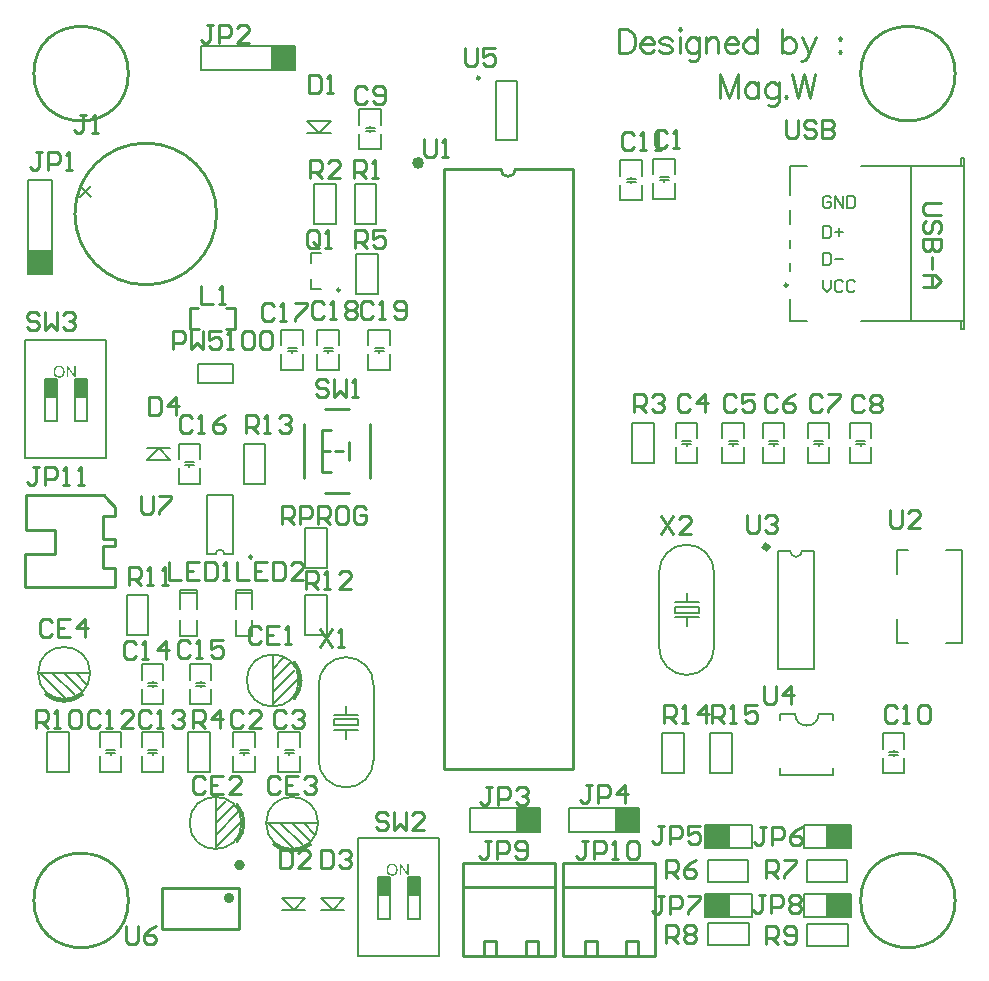
<source format=gto>
G04*
G04 #@! TF.GenerationSoftware,Altium Limited,Altium Designer,19.0.4 (130)*
G04*
G04 Layer_Color=65535*
%FSLAX25Y25*%
%MOIN*%
G70*
G01*
G75*
%ADD10C,0.01000*%
%ADD11C,0.02000*%
%ADD12C,0.00984*%
%ADD13C,0.00787*%
%ADD14C,0.01968*%
%ADD15C,0.00800*%
%ADD16C,0.00500*%
%ADD17C,0.00700*%
%ADD18C,0.00600*%
%ADD19R,0.07874X0.07874*%
%ADD20R,0.04000X0.06000*%
G36*
X128848Y28000D02*
X128321D01*
X126312Y31014D01*
Y28000D01*
X125823D01*
Y31841D01*
X126345D01*
X128360Y28821D01*
Y31841D01*
X128848D01*
Y28000D01*
D02*
G37*
G36*
X123426Y31902D02*
X123476D01*
X123526Y31896D01*
X123592Y31885D01*
X123659Y31874D01*
X123803Y31846D01*
X123970Y31802D01*
X124131Y31735D01*
X124214Y31696D01*
X124297Y31652D01*
X124303Y31646D01*
X124314Y31641D01*
X124336Y31624D01*
X124369Y31607D01*
X124403Y31580D01*
X124447Y31546D01*
X124541Y31469D01*
X124641Y31369D01*
X124752Y31247D01*
X124858Y31102D01*
X124947Y30942D01*
Y30936D01*
X124958Y30919D01*
X124969Y30897D01*
X124980Y30864D01*
X125002Y30819D01*
X125019Y30770D01*
X125041Y30708D01*
X125063Y30642D01*
X125080Y30570D01*
X125102Y30492D01*
X125124Y30403D01*
X125141Y30314D01*
X125163Y30120D01*
X125174Y29909D01*
Y29904D01*
Y29882D01*
Y29854D01*
X125169Y29809D01*
Y29759D01*
X125163Y29698D01*
X125152Y29632D01*
X125146Y29560D01*
X125119Y29399D01*
X125074Y29221D01*
X125013Y29043D01*
X124980Y28955D01*
X124935Y28866D01*
Y28860D01*
X124924Y28844D01*
X124913Y28821D01*
X124891Y28788D01*
X124869Y28749D01*
X124841Y28710D01*
X124763Y28605D01*
X124669Y28494D01*
X124558Y28377D01*
X124425Y28266D01*
X124269Y28166D01*
X124264D01*
X124253Y28155D01*
X124225Y28144D01*
X124192Y28128D01*
X124153Y28111D01*
X124109Y28094D01*
X124053Y28072D01*
X123992Y28050D01*
X123925Y28028D01*
X123853Y28005D01*
X123692Y27972D01*
X123520Y27944D01*
X123337Y27933D01*
X123282D01*
X123248Y27939D01*
X123198D01*
X123143Y27950D01*
X123082Y27956D01*
X123010Y27967D01*
X122860Y28000D01*
X122699Y28044D01*
X122532Y28111D01*
X122449Y28150D01*
X122366Y28194D01*
X122360Y28200D01*
X122349Y28205D01*
X122327Y28222D01*
X122294Y28244D01*
X122260Y28266D01*
X122222Y28300D01*
X122127Y28383D01*
X122022Y28483D01*
X121911Y28605D01*
X121811Y28744D01*
X121716Y28905D01*
Y28910D01*
X121705Y28927D01*
X121694Y28949D01*
X121683Y28982D01*
X121667Y29027D01*
X121650Y29077D01*
X121628Y29132D01*
X121611Y29193D01*
X121589Y29265D01*
X121567Y29337D01*
X121533Y29504D01*
X121511Y29676D01*
X121500Y29865D01*
Y29870D01*
Y29876D01*
Y29909D01*
X121505Y29959D01*
Y30026D01*
X121517Y30103D01*
X121528Y30198D01*
X121544Y30303D01*
X121567Y30414D01*
X121589Y30531D01*
X121622Y30653D01*
X121667Y30775D01*
X121716Y30903D01*
X121772Y31025D01*
X121844Y31147D01*
X121922Y31258D01*
X122011Y31363D01*
X122016Y31369D01*
X122033Y31385D01*
X122066Y31413D01*
X122105Y31447D01*
X122155Y31491D01*
X122216Y31535D01*
X122288Y31585D01*
X122371Y31635D01*
X122460Y31685D01*
X122560Y31735D01*
X122671Y31780D01*
X122788Y31824D01*
X122915Y31857D01*
X123048Y31885D01*
X123187Y31902D01*
X123337Y31907D01*
X123387D01*
X123426Y31902D01*
D02*
G37*
G36*
X17848Y194000D02*
X17321D01*
X15312Y197014D01*
Y194000D01*
X14823D01*
Y197841D01*
X15345D01*
X17360Y194821D01*
Y197841D01*
X17848D01*
Y194000D01*
D02*
G37*
G36*
X12426Y197902D02*
X12476D01*
X12526Y197896D01*
X12592Y197885D01*
X12659Y197874D01*
X12803Y197846D01*
X12970Y197802D01*
X13131Y197735D01*
X13214Y197696D01*
X13297Y197652D01*
X13303Y197646D01*
X13314Y197641D01*
X13336Y197624D01*
X13369Y197608D01*
X13403Y197580D01*
X13447Y197547D01*
X13541Y197469D01*
X13641Y197369D01*
X13752Y197247D01*
X13858Y197102D01*
X13947Y196941D01*
Y196936D01*
X13958Y196919D01*
X13969Y196897D01*
X13980Y196864D01*
X14002Y196819D01*
X14019Y196769D01*
X14041Y196708D01*
X14063Y196642D01*
X14080Y196570D01*
X14102Y196492D01*
X14124Y196403D01*
X14141Y196314D01*
X14163Y196120D01*
X14174Y195909D01*
Y195904D01*
Y195881D01*
Y195854D01*
X14168Y195809D01*
Y195759D01*
X14163Y195698D01*
X14152Y195632D01*
X14146Y195560D01*
X14119Y195399D01*
X14074Y195221D01*
X14013Y195043D01*
X13980Y194955D01*
X13936Y194866D01*
Y194860D01*
X13924Y194844D01*
X13913Y194821D01*
X13891Y194788D01*
X13869Y194749D01*
X13841Y194710D01*
X13763Y194605D01*
X13669Y194494D01*
X13558Y194377D01*
X13425Y194266D01*
X13270Y194167D01*
X13264D01*
X13253Y194155D01*
X13225Y194144D01*
X13192Y194128D01*
X13153Y194111D01*
X13108Y194094D01*
X13053Y194072D01*
X12992Y194050D01*
X12925Y194028D01*
X12853Y194006D01*
X12692Y193972D01*
X12520Y193945D01*
X12337Y193933D01*
X12282D01*
X12248Y193939D01*
X12198D01*
X12143Y193950D01*
X12082Y193956D01*
X12010Y193967D01*
X11860Y194000D01*
X11699Y194044D01*
X11532Y194111D01*
X11449Y194150D01*
X11366Y194194D01*
X11360Y194200D01*
X11349Y194205D01*
X11327Y194222D01*
X11294Y194244D01*
X11260Y194266D01*
X11221Y194300D01*
X11127Y194383D01*
X11022Y194483D01*
X10911Y194605D01*
X10811Y194744D01*
X10717Y194905D01*
Y194910D01*
X10705Y194927D01*
X10694Y194949D01*
X10683Y194982D01*
X10667Y195027D01*
X10650Y195077D01*
X10628Y195132D01*
X10611Y195193D01*
X10589Y195265D01*
X10567Y195338D01*
X10533Y195504D01*
X10511Y195676D01*
X10500Y195865D01*
Y195870D01*
Y195876D01*
Y195909D01*
X10505Y195959D01*
Y196026D01*
X10517Y196103D01*
X10528Y196198D01*
X10544Y196303D01*
X10567Y196414D01*
X10589Y196531D01*
X10622Y196653D01*
X10667Y196775D01*
X10717Y196903D01*
X10772Y197025D01*
X10844Y197147D01*
X10922Y197258D01*
X11011Y197363D01*
X11016Y197369D01*
X11033Y197386D01*
X11066Y197413D01*
X11105Y197447D01*
X11155Y197491D01*
X11216Y197535D01*
X11288Y197585D01*
X11371Y197635D01*
X11460Y197685D01*
X11560Y197735D01*
X11671Y197780D01*
X11788Y197824D01*
X11915Y197857D01*
X12048Y197885D01*
X12187Y197902D01*
X12337Y197907D01*
X12387D01*
X12426Y197902D01*
D02*
G37*
%LPC*%
G36*
X123337Y31469D02*
X123287D01*
X123248Y31463D01*
X123198Y31458D01*
X123148Y31447D01*
X123087Y31435D01*
X123021Y31424D01*
X122876Y31380D01*
X122799Y31347D01*
X122721Y31313D01*
X122638Y31269D01*
X122560Y31219D01*
X122482Y31163D01*
X122410Y31097D01*
X122405Y31091D01*
X122394Y31080D01*
X122377Y31058D01*
X122349Y31025D01*
X122321Y30986D01*
X122288Y30936D01*
X122255Y30875D01*
X122216Y30803D01*
X122183Y30725D01*
X122144Y30631D01*
X122110Y30531D01*
X122083Y30420D01*
X122055Y30298D01*
X122038Y30159D01*
X122027Y30015D01*
X122022Y29859D01*
Y29854D01*
Y29831D01*
Y29793D01*
X122027Y29743D01*
X122033Y29687D01*
X122044Y29621D01*
X122055Y29543D01*
X122066Y29465D01*
X122110Y29288D01*
X122144Y29199D01*
X122177Y29105D01*
X122222Y29016D01*
X122272Y28927D01*
X122327Y28844D01*
X122394Y28766D01*
X122399Y28760D01*
X122410Y28749D01*
X122432Y28727D01*
X122460Y28705D01*
X122499Y28672D01*
X122543Y28638D01*
X122593Y28605D01*
X122649Y28566D01*
X122715Y28527D01*
X122788Y28494D01*
X122865Y28461D01*
X122949Y28427D01*
X123037Y28405D01*
X123126Y28383D01*
X123226Y28372D01*
X123331Y28366D01*
X123359D01*
X123387Y28372D01*
X123426D01*
X123476Y28377D01*
X123531Y28389D01*
X123598Y28400D01*
X123664Y28416D01*
X123742Y28438D01*
X123814Y28466D01*
X123898Y28494D01*
X123975Y28533D01*
X124053Y28583D01*
X124131Y28633D01*
X124208Y28694D01*
X124281Y28766D01*
X124286Y28771D01*
X124297Y28782D01*
X124314Y28810D01*
X124342Y28844D01*
X124369Y28883D01*
X124397Y28932D01*
X124430Y28993D01*
X124469Y29060D01*
X124503Y29138D01*
X124536Y29226D01*
X124564Y29321D01*
X124597Y29421D01*
X124619Y29532D01*
X124636Y29654D01*
X124647Y29781D01*
X124652Y29915D01*
Y29920D01*
Y29937D01*
Y29959D01*
Y29992D01*
X124647Y30031D01*
Y30081D01*
X124641Y30131D01*
X124630Y30192D01*
X124614Y30320D01*
X124586Y30453D01*
X124547Y30597D01*
X124492Y30731D01*
Y30736D01*
X124486Y30747D01*
X124475Y30764D01*
X124464Y30786D01*
X124425Y30853D01*
X124375Y30930D01*
X124308Y31019D01*
X124225Y31108D01*
X124131Y31197D01*
X124025Y31275D01*
X124020D01*
X124014Y31286D01*
X123997Y31291D01*
X123970Y31308D01*
X123942Y31319D01*
X123909Y31336D01*
X123826Y31374D01*
X123725Y31408D01*
X123609Y31441D01*
X123476Y31463D01*
X123337Y31469D01*
D02*
G37*
G36*
X12337Y197469D02*
X12287D01*
X12248Y197463D01*
X12198Y197458D01*
X12148Y197447D01*
X12087Y197435D01*
X12021Y197424D01*
X11876Y197380D01*
X11799Y197347D01*
X11721Y197313D01*
X11638Y197269D01*
X11560Y197219D01*
X11482Y197163D01*
X11410Y197097D01*
X11405Y197091D01*
X11394Y197080D01*
X11377Y197058D01*
X11349Y197025D01*
X11321Y196986D01*
X11288Y196936D01*
X11255Y196875D01*
X11216Y196803D01*
X11183Y196725D01*
X11144Y196631D01*
X11111Y196531D01*
X11083Y196420D01*
X11055Y196298D01*
X11038Y196159D01*
X11027Y196015D01*
X11022Y195859D01*
Y195854D01*
Y195832D01*
Y195793D01*
X11027Y195743D01*
X11033Y195687D01*
X11044Y195621D01*
X11055Y195543D01*
X11066Y195465D01*
X11111Y195288D01*
X11144Y195199D01*
X11177Y195104D01*
X11221Y195016D01*
X11271Y194927D01*
X11327Y194844D01*
X11394Y194766D01*
X11399Y194760D01*
X11410Y194749D01*
X11432Y194727D01*
X11460Y194705D01*
X11499Y194672D01*
X11543Y194638D01*
X11593Y194605D01*
X11649Y194566D01*
X11715Y194527D01*
X11788Y194494D01*
X11865Y194461D01*
X11949Y194427D01*
X12037Y194405D01*
X12126Y194383D01*
X12226Y194372D01*
X12331Y194366D01*
X12359D01*
X12387Y194372D01*
X12426D01*
X12476Y194377D01*
X12531Y194388D01*
X12598Y194400D01*
X12664Y194416D01*
X12742Y194438D01*
X12814Y194466D01*
X12898Y194494D01*
X12975Y194533D01*
X13053Y194583D01*
X13131Y194633D01*
X13208Y194694D01*
X13281Y194766D01*
X13286Y194772D01*
X13297Y194782D01*
X13314Y194810D01*
X13342Y194844D01*
X13369Y194882D01*
X13397Y194932D01*
X13430Y194993D01*
X13469Y195060D01*
X13502Y195138D01*
X13536Y195227D01*
X13564Y195321D01*
X13597Y195421D01*
X13619Y195532D01*
X13636Y195654D01*
X13647Y195782D01*
X13652Y195915D01*
Y195920D01*
Y195937D01*
Y195959D01*
Y195993D01*
X13647Y196031D01*
Y196081D01*
X13641Y196131D01*
X13630Y196192D01*
X13614Y196320D01*
X13586Y196453D01*
X13547Y196597D01*
X13491Y196731D01*
Y196736D01*
X13486Y196747D01*
X13475Y196764D01*
X13464Y196786D01*
X13425Y196853D01*
X13375Y196930D01*
X13308Y197019D01*
X13225Y197108D01*
X13131Y197197D01*
X13025Y197274D01*
X13020D01*
X13014Y197286D01*
X12998Y197291D01*
X12970Y197308D01*
X12942Y197319D01*
X12909Y197336D01*
X12825Y197374D01*
X12725Y197408D01*
X12609Y197441D01*
X12476Y197463D01*
X12337Y197469D01*
D02*
G37*
%LPD*%
D10*
X311024Y19685D02*
G03*
X311024Y19685I-15748J0D01*
G01*
X35433D02*
G03*
X35433Y19685I-15748J0D01*
G01*
Y295276D02*
G03*
X35433Y295276I-15748J0D01*
G01*
X311024D02*
G03*
X311024Y295276I-15748J0D01*
G01*
X159500Y263500D02*
G03*
X164500Y263500I2500J0D01*
G01*
X71703Y39326D02*
G03*
X71703Y51674I-7203J6174D01*
G01*
X83826Y38297D02*
G03*
X96174Y38297I6174J7203D01*
G01*
X7826Y88297D02*
G03*
X20174Y88297I6174J7203D01*
G01*
X64858Y248500D02*
G03*
X64858Y248500I-23622J0D01*
G01*
X90750Y86826D02*
G03*
X90750Y99174I-7203J6174D01*
G01*
X140500Y63500D02*
Y263500D01*
Y63500D02*
X183500D01*
Y263500D01*
X164500D02*
X183500D01*
X140500D02*
X159500D01*
X68000Y210000D02*
X71000D01*
Y217000D01*
X68000D02*
X71000D01*
X56000Y210000D02*
X59000D01*
X56000D02*
Y217000D01*
X58500D01*
X100000Y169500D02*
X102600D01*
X104400D02*
X107000D01*
X109000Y166500D02*
Y172400D01*
X100000Y162500D02*
X102900D01*
X100000D02*
Y176500D01*
X102900D01*
X94000Y160500D02*
Y178500D01*
X116000Y160500D02*
Y178500D01*
X101000Y155500D02*
X109000D01*
X101000Y183500D02*
X109000D01*
X191500Y1300D02*
Y6300D01*
X187500D02*
X191500D01*
X187500Y1300D02*
Y6300D01*
X180300Y24200D02*
X210900D01*
X180300Y1300D02*
X210900D01*
Y32200D01*
X180300D02*
X210900D01*
X180300Y1300D02*
Y32200D01*
X201279Y1300D02*
Y6300D01*
X205279D01*
Y1300D02*
Y6300D01*
X158110Y1300D02*
Y6300D01*
X154110D02*
X158110D01*
X154110Y1300D02*
Y6300D01*
X146910Y24200D02*
X177510D01*
X146910Y1300D02*
X177510D01*
Y32200D01*
X146910D02*
X177510D01*
X146910Y1300D02*
Y32200D01*
X167890Y1300D02*
Y6300D01*
X171890D01*
Y1300D02*
Y6300D01*
X11000Y135000D02*
X11087Y136000D01*
X1000Y135000D02*
X11000D01*
X1000Y134000D02*
Y135000D01*
Y124000D02*
Y134000D01*
Y124000D02*
X31000D01*
Y128079D01*
X27134Y147835D02*
X31000D01*
X27079Y147780D02*
X27134Y147835D01*
X27079Y140079D02*
Y147780D01*
Y140079D02*
X27134Y140134D01*
X27055Y137882D02*
X31000D01*
X27055Y130535D02*
Y137882D01*
Y130535D02*
X27110Y130480D01*
X31000D01*
Y128079D02*
Y130433D01*
X11087Y136000D02*
Y143000D01*
X1362D02*
X11087D01*
X1362D02*
Y154591D01*
X1465Y154693D01*
X31000Y137882D02*
Y140134D01*
X27134D02*
X31000D01*
Y147835D02*
Y150890D01*
X28709Y153181D02*
X31000Y150890D01*
X1465Y154693D02*
X27197D01*
X28709Y153181D01*
X232500Y294998D02*
Y287000D01*
Y294998D02*
X235547Y287000D01*
X238594Y294998D02*
X235547Y287000D01*
X238594Y294998D02*
Y287000D01*
X245450Y292332D02*
Y287000D01*
Y291190D02*
X244688Y291951D01*
X243926Y292332D01*
X242783D01*
X242022Y291951D01*
X241260Y291190D01*
X240879Y290047D01*
Y289285D01*
X241260Y288143D01*
X242022Y287381D01*
X242783Y287000D01*
X243926D01*
X244688Y287381D01*
X245450Y288143D01*
X252153Y292332D02*
Y286238D01*
X251772Y285096D01*
X251391Y284715D01*
X250629Y284334D01*
X249487D01*
X248725Y284715D01*
X252153Y291190D02*
X251391Y291951D01*
X250629Y292332D01*
X249487D01*
X248725Y291951D01*
X247963Y291190D01*
X247583Y290047D01*
Y289285D01*
X247963Y288143D01*
X248725Y287381D01*
X249487Y287000D01*
X250629D01*
X251391Y287381D01*
X252153Y288143D01*
X254667Y287762D02*
X254286Y287381D01*
X254667Y287000D01*
X255048Y287381D01*
X254667Y287762D01*
X256800Y294998D02*
X258704Y287000D01*
X260608Y294998D02*
X258704Y287000D01*
X260608Y294998D02*
X262513Y287000D01*
X264417Y294998D02*
X262513Y287000D01*
X199000Y309998D02*
Y302000D01*
Y309998D02*
X201666D01*
X202809Y309617D01*
X203571Y308856D01*
X203951Y308094D01*
X204332Y306951D01*
Y305047D01*
X203951Y303904D01*
X203571Y303143D01*
X202809Y302381D01*
X201666Y302000D01*
X199000D01*
X206122Y305047D02*
X210693D01*
Y305809D01*
X210312Y306570D01*
X209931Y306951D01*
X209169Y307332D01*
X208027D01*
X207265Y306951D01*
X206503Y306190D01*
X206122Y305047D01*
Y304285D01*
X206503Y303143D01*
X207265Y302381D01*
X208027Y302000D01*
X209169D01*
X209931Y302381D01*
X210693Y303143D01*
X216596Y306190D02*
X216215Y306951D01*
X215073Y307332D01*
X213930D01*
X212788Y306951D01*
X212407Y306190D01*
X212788Y305428D01*
X213549Y305047D01*
X215454Y304666D01*
X216215Y304285D01*
X216596Y303523D01*
Y303143D01*
X216215Y302381D01*
X215073Y302000D01*
X213930D01*
X212788Y302381D01*
X212407Y303143D01*
X219034Y309998D02*
X219415Y309617D01*
X219795Y309998D01*
X219415Y310379D01*
X219034Y309998D01*
X219415Y307332D02*
Y302000D01*
X225775Y307332D02*
Y301238D01*
X225394Y300096D01*
X225013Y299715D01*
X224252Y299334D01*
X223109D01*
X222347Y299715D01*
X225775Y306190D02*
X225013Y306951D01*
X224252Y307332D01*
X223109D01*
X222347Y306951D01*
X221586Y306190D01*
X221205Y305047D01*
Y304285D01*
X221586Y303143D01*
X222347Y302381D01*
X223109Y302000D01*
X224252D01*
X225013Y302381D01*
X225775Y303143D01*
X227908Y307332D02*
Y302000D01*
Y305809D02*
X229051Y306951D01*
X229812Y307332D01*
X230955D01*
X231717Y306951D01*
X232098Y305809D01*
Y302000D01*
X234192Y305047D02*
X238763D01*
Y305809D01*
X238382Y306570D01*
X238001Y306951D01*
X237239Y307332D01*
X236097D01*
X235335Y306951D01*
X234573Y306190D01*
X234192Y305047D01*
Y304285D01*
X234573Y303143D01*
X235335Y302381D01*
X236097Y302000D01*
X237239D01*
X238001Y302381D01*
X238763Y303143D01*
X245047Y309998D02*
Y302000D01*
Y306190D02*
X244286Y306951D01*
X243524Y307332D01*
X242381D01*
X241619Y306951D01*
X240858Y306190D01*
X240477Y305047D01*
Y304285D01*
X240858Y303143D01*
X241619Y302381D01*
X242381Y302000D01*
X243524D01*
X244286Y302381D01*
X245047Y303143D01*
X253465Y309998D02*
Y302000D01*
Y306190D02*
X254226Y306951D01*
X254988Y307332D01*
X256131D01*
X256892Y306951D01*
X257654Y306190D01*
X258035Y305047D01*
Y304285D01*
X257654Y303143D01*
X256892Y302381D01*
X256131Y302000D01*
X254988D01*
X254226Y302381D01*
X253465Y303143D01*
X260130Y307332D02*
X262415Y302000D01*
X264700Y307332D02*
X262415Y302000D01*
X261653Y300477D01*
X260892Y299715D01*
X260130Y299334D01*
X259749D01*
X272698Y307332D02*
X272318Y306951D01*
X272698Y306570D01*
X273079Y306951D01*
X272698Y307332D01*
Y302762D02*
X272318Y302381D01*
X272698Y302000D01*
X273079Y302381D01*
X272698Y302762D01*
X306195Y252067D02*
X301197D01*
X300197Y251067D01*
Y249068D01*
X301197Y248068D01*
X306195D01*
X305195Y242070D02*
X306195Y243070D01*
Y245069D01*
X305195Y246069D01*
X304196D01*
X303196Y245069D01*
Y243070D01*
X302196Y242070D01*
X301197D01*
X300197Y243070D01*
Y245069D01*
X301197Y246069D01*
X306195Y240071D02*
X300197D01*
Y237072D01*
X301197Y236072D01*
X302196D01*
X303196Y237072D01*
Y240071D01*
Y237072D01*
X304196Y236072D01*
X305195D01*
X306195Y237072D01*
Y240071D01*
X303196Y234073D02*
Y230074D01*
X300197Y228075D02*
X304196D01*
X306195Y226075D01*
X304196Y224076D01*
X300197D01*
X303196D01*
Y228075D01*
X212950Y147699D02*
X216949Y141701D01*
Y147699D02*
X212950Y141701D01*
X222947D02*
X218948D01*
X222947Y145700D01*
Y146700D01*
X221947Y147699D01*
X219948D01*
X218948Y146700D01*
X99450Y110199D02*
X103449Y104201D01*
Y110199D02*
X99450Y104201D01*
X105448D02*
X107447D01*
X106448D01*
Y110199D01*
X105448Y109200D01*
X254750Y279711D02*
Y274713D01*
X255750Y273713D01*
X257749D01*
X258749Y274713D01*
Y279711D01*
X264747Y278711D02*
X263747Y279711D01*
X261748D01*
X260748Y278711D01*
Y277712D01*
X261748Y276712D01*
X263747D01*
X264747Y275712D01*
Y274713D01*
X263747Y273713D01*
X261748D01*
X260748Y274713D01*
X266746Y279711D02*
Y273713D01*
X269745D01*
X270745Y274713D01*
Y275712D01*
X269745Y276712D01*
X266746D01*
X269745D01*
X270745Y277712D01*
Y278711D01*
X269745Y279711D01*
X266746D01*
X39764Y154498D02*
Y149500D01*
X40764Y148500D01*
X42763D01*
X43762Y149500D01*
Y154498D01*
X45762D02*
X49761D01*
Y153498D01*
X45762Y149500D01*
Y148500D01*
X34500Y10998D02*
Y6000D01*
X35500Y5000D01*
X37499D01*
X38499Y6000D01*
Y10998D01*
X44497D02*
X42497Y9998D01*
X40498Y7999D01*
Y6000D01*
X41498Y5000D01*
X43497D01*
X44497Y6000D01*
Y6999D01*
X43497Y7999D01*
X40498D01*
X147500Y303798D02*
Y298800D01*
X148500Y297800D01*
X150499D01*
X151499Y298800D01*
Y303798D01*
X157497D02*
X153498D01*
Y300799D01*
X155497Y301799D01*
X156497D01*
X157497Y300799D01*
Y298800D01*
X156497Y297800D01*
X154498D01*
X153498Y298800D01*
X247350Y91166D02*
Y86168D01*
X248350Y85168D01*
X250349D01*
X251349Y86168D01*
Y91166D01*
X256347Y85168D02*
Y91166D01*
X253348Y88167D01*
X257347D01*
X241800Y148098D02*
Y143100D01*
X242800Y142100D01*
X244799D01*
X245799Y143100D01*
Y148098D01*
X247798Y147098D02*
X248798Y148098D01*
X250797D01*
X251797Y147098D01*
Y146099D01*
X250797Y145099D01*
X249797D01*
X250797D01*
X251797Y144099D01*
Y143100D01*
X250797Y142100D01*
X248798D01*
X247798Y143100D01*
X289300Y149716D02*
Y144718D01*
X290300Y143718D01*
X292299D01*
X293299Y144718D01*
Y149716D01*
X299297Y143718D02*
X295298D01*
X299297Y147717D01*
Y148716D01*
X298297Y149716D01*
X296298D01*
X295298Y148716D01*
X134000Y273498D02*
Y268500D01*
X135000Y267500D01*
X136999D01*
X137999Y268500D01*
Y273498D01*
X139998Y267500D02*
X141997D01*
X140998D01*
Y273498D01*
X139998Y272498D01*
X101936Y192498D02*
X100936Y193498D01*
X98937D01*
X97937Y192498D01*
Y191499D01*
X98937Y190499D01*
X100936D01*
X101936Y189499D01*
Y188500D01*
X100936Y187500D01*
X98937D01*
X97937Y188500D01*
X103935Y193498D02*
Y187500D01*
X105934Y189499D01*
X107934Y187500D01*
Y193498D01*
X109933Y187500D02*
X111933D01*
X110933D01*
Y193498D01*
X109933Y192498D01*
X5599Y214898D02*
X4599Y215898D01*
X2600D01*
X1600Y214898D01*
Y213899D01*
X2600Y212899D01*
X4599D01*
X5599Y211899D01*
Y210900D01*
X4599Y209900D01*
X2600D01*
X1600Y210900D01*
X7598Y215898D02*
Y209900D01*
X9597Y211899D01*
X11597Y209900D01*
Y215898D01*
X13596Y214898D02*
X14596Y215898D01*
X16595D01*
X17595Y214898D01*
Y213899D01*
X16595Y212899D01*
X15596D01*
X16595D01*
X17595Y211899D01*
Y210900D01*
X16595Y209900D01*
X14596D01*
X13596Y210900D01*
X121999Y47998D02*
X120999Y48998D01*
X119000D01*
X118000Y47998D01*
Y46999D01*
X119000Y45999D01*
X120999D01*
X121999Y44999D01*
Y44000D01*
X120999Y43000D01*
X119000D01*
X118000Y44000D01*
X123998Y48998D02*
Y43000D01*
X125997Y44999D01*
X127997Y43000D01*
Y48998D01*
X133995Y43000D02*
X129996D01*
X133995Y46999D01*
Y47998D01*
X132995Y48998D01*
X130996D01*
X129996Y47998D01*
X86500Y145000D02*
Y150998D01*
X89499D01*
X90499Y149998D01*
Y147999D01*
X89499Y146999D01*
X86500D01*
X88499D02*
X90499Y145000D01*
X92498D02*
Y150998D01*
X95497D01*
X96497Y149998D01*
Y147999D01*
X95497Y146999D01*
X92498D01*
X98496Y145000D02*
Y150998D01*
X101495D01*
X102495Y149998D01*
Y147999D01*
X101495Y146999D01*
X98496D01*
X100496D02*
X102495Y145000D01*
X107493Y150998D02*
X105494D01*
X104494Y149998D01*
Y146000D01*
X105494Y145000D01*
X107493D01*
X108493Y146000D01*
Y149998D01*
X107493Y150998D01*
X114491Y149998D02*
X113491Y150998D01*
X111492D01*
X110492Y149998D01*
Y146000D01*
X111492Y145000D01*
X113491D01*
X114491Y146000D01*
Y147999D01*
X112492D01*
X230000Y78900D02*
Y84898D01*
X232999D01*
X233999Y83898D01*
Y81899D01*
X232999Y80899D01*
X230000D01*
X231999D02*
X233999Y78900D01*
X235998D02*
X237997D01*
X236998D01*
Y84898D01*
X235998Y83898D01*
X244995Y84898D02*
X240996D01*
Y81899D01*
X242996Y82899D01*
X243995D01*
X244995Y81899D01*
Y79900D01*
X243995Y78900D01*
X241996D01*
X240996Y79900D01*
X214000Y78820D02*
Y84818D01*
X216999D01*
X217999Y83818D01*
Y81819D01*
X216999Y80819D01*
X214000D01*
X215999D02*
X217999Y78820D01*
X219998D02*
X221997D01*
X220998D01*
Y84818D01*
X219998Y83818D01*
X227995Y78820D02*
Y84818D01*
X224996Y81819D01*
X228995D01*
X74500Y175397D02*
Y181395D01*
X77499D01*
X78499Y180396D01*
Y178396D01*
X77499Y177397D01*
X74500D01*
X76499D02*
X78499Y175397D01*
X80498D02*
X82497D01*
X81498D01*
Y181395D01*
X80498Y180396D01*
X85496D02*
X86496Y181395D01*
X88495D01*
X89495Y180396D01*
Y179396D01*
X88495Y178396D01*
X87496D01*
X88495D01*
X89495Y177397D01*
Y176397D01*
X88495Y175397D01*
X86496D01*
X85496Y176397D01*
X94563Y123618D02*
Y129616D01*
X97562D01*
X98562Y128616D01*
Y126617D01*
X97562Y125617D01*
X94563D01*
X96562D02*
X98562Y123618D01*
X100561D02*
X102560D01*
X101561D01*
Y129616D01*
X100561Y128616D01*
X109558Y123618D02*
X105559D01*
X109558Y127617D01*
Y128616D01*
X108558Y129616D01*
X106559D01*
X105559Y128616D01*
X35500Y124898D02*
Y130896D01*
X38499D01*
X39499Y129896D01*
Y127897D01*
X38499Y126897D01*
X35500D01*
X37499D02*
X39499Y124898D01*
X41498D02*
X43497D01*
X42498D01*
Y130896D01*
X41498Y129896D01*
X46496Y124898D02*
X48496D01*
X47496D01*
Y130896D01*
X46496Y129896D01*
X4500Y77000D02*
Y82998D01*
X7499D01*
X8499Y81998D01*
Y79999D01*
X7499Y78999D01*
X4500D01*
X6499D02*
X8499Y77000D01*
X10498D02*
X12497D01*
X11498D01*
Y82998D01*
X10498Y81998D01*
X15496D02*
X16496Y82998D01*
X18496D01*
X19495Y81998D01*
Y78000D01*
X18496Y77000D01*
X16496D01*
X15496Y78000D01*
Y81998D01*
X248000Y5250D02*
Y11248D01*
X250999D01*
X251999Y10249D01*
Y8249D01*
X250999Y7250D01*
X248000D01*
X249999D02*
X251999Y5250D01*
X253998Y6250D02*
X254998Y5250D01*
X256997D01*
X257997Y6250D01*
Y10249D01*
X256997Y11248D01*
X254998D01*
X253998Y10249D01*
Y9249D01*
X254998Y8249D01*
X257997D01*
X214760Y5500D02*
Y11498D01*
X217759D01*
X218759Y10499D01*
Y8499D01*
X217759Y7500D01*
X214760D01*
X216759D02*
X218759Y5500D01*
X220758Y10499D02*
X221758Y11498D01*
X223757D01*
X224757Y10499D01*
Y9499D01*
X223757Y8499D01*
X224757Y7500D01*
Y6500D01*
X223757Y5500D01*
X221758D01*
X220758Y6500D01*
Y7500D01*
X221758Y8499D01*
X220758Y9499D01*
Y10499D01*
X221758Y8499D02*
X223757D01*
X247937Y27000D02*
Y32998D01*
X250936D01*
X251936Y31998D01*
Y29999D01*
X250936Y28999D01*
X247937D01*
X249936D02*
X251936Y27000D01*
X253935Y32998D02*
X257934D01*
Y31998D01*
X253935Y28000D01*
Y27000D01*
X214563D02*
Y32998D01*
X217562D01*
X218562Y31998D01*
Y29999D01*
X217562Y28999D01*
X214563D01*
X216562D02*
X218562Y27000D01*
X224560Y32998D02*
X222560Y31998D01*
X220561Y29999D01*
Y28000D01*
X221561Y27000D01*
X223560D01*
X224560Y28000D01*
Y28999D01*
X223560Y29999D01*
X220561D01*
X111000Y237000D02*
Y242998D01*
X113999D01*
X114999Y241998D01*
Y239999D01*
X113999Y238999D01*
X111000D01*
X112999D02*
X114999Y237000D01*
X120997Y242998D02*
X116998D01*
Y239999D01*
X118997Y240999D01*
X119997D01*
X120997Y239999D01*
Y238000D01*
X119997Y237000D01*
X117998D01*
X116998Y238000D01*
X57000Y77000D02*
Y82998D01*
X59999D01*
X60999Y81998D01*
Y79999D01*
X59999Y78999D01*
X57000D01*
X58999D02*
X60999Y77000D01*
X65997D02*
Y82998D01*
X62998Y79999D01*
X66997D01*
X204000Y182400D02*
Y188398D01*
X206999D01*
X207999Y187398D01*
Y185399D01*
X206999Y184399D01*
X204000D01*
X205999D02*
X207999Y182400D01*
X209998Y187398D02*
X210998Y188398D01*
X212997D01*
X213997Y187398D01*
Y186399D01*
X212997Y185399D01*
X211997D01*
X212997D01*
X213997Y184399D01*
Y183400D01*
X212997Y182400D01*
X210998D01*
X209998Y183400D01*
X96142Y260500D02*
Y266498D01*
X99141D01*
X100140Y265498D01*
Y263499D01*
X99141Y262499D01*
X96142D01*
X98141D02*
X100140Y260500D01*
X106139D02*
X102140D01*
X106139Y264499D01*
Y265498D01*
X105139Y266498D01*
X103139D01*
X102140Y265498D01*
X110500Y260500D02*
Y266498D01*
X113499D01*
X114499Y265498D01*
Y263499D01*
X113499Y262499D01*
X110500D01*
X112499D02*
X114499Y260500D01*
X116498D02*
X118497D01*
X117498D01*
Y266498D01*
X116498Y265498D01*
X98999Y238000D02*
Y241998D01*
X97999Y242998D01*
X96000D01*
X95000Y241998D01*
Y238000D01*
X96000Y237000D01*
X97999D01*
X96999Y238999D02*
X98999Y237000D01*
X97999D02*
X98999Y238000D01*
X100998Y237000D02*
X102997D01*
X101998D01*
Y242998D01*
X100998Y241998D01*
X50445Y203500D02*
Y209498D01*
X53444D01*
X54444Y208498D01*
Y206499D01*
X53444Y205499D01*
X50445D01*
X56443Y209498D02*
Y203500D01*
X58442Y205499D01*
X60442Y203500D01*
Y209498D01*
X66440D02*
X62441D01*
Y206499D01*
X64440Y207499D01*
X65440D01*
X66440Y206499D01*
Y204500D01*
X65440Y203500D01*
X63441D01*
X62441Y204500D01*
X68439Y203500D02*
X70438D01*
X69439D01*
Y209498D01*
X68439Y208498D01*
X73437D02*
X74437Y209498D01*
X76437D01*
X77436Y208498D01*
Y204500D01*
X76437Y203500D01*
X74437D01*
X73437Y204500D01*
Y208498D01*
X79435D02*
X80435Y209498D01*
X82434D01*
X83434Y208498D01*
Y204500D01*
X82434Y203500D01*
X80435D01*
X79435Y204500D01*
Y208498D01*
X71800Y132498D02*
Y126500D01*
X75799D01*
X81797Y132498D02*
X77798D01*
Y126500D01*
X81797D01*
X77798Y129499D02*
X79797D01*
X83796Y132498D02*
Y126500D01*
X86795D01*
X87795Y127500D01*
Y131498D01*
X86795Y132498D01*
X83796D01*
X93793Y126500D02*
X89794D01*
X93793Y130499D01*
Y131498D01*
X92793Y132498D01*
X90794D01*
X89794Y131498D01*
X49000Y132620D02*
Y126622D01*
X52999D01*
X58997Y132620D02*
X54998D01*
Y126622D01*
X58997D01*
X54998Y129621D02*
X56997D01*
X60996Y132620D02*
Y126622D01*
X63995D01*
X64995Y127622D01*
Y131620D01*
X63995Y132620D01*
X60996D01*
X66994Y126622D02*
X68994D01*
X67994D01*
Y132620D01*
X66994Y131620D01*
X59500Y224498D02*
Y218500D01*
X63499D01*
X65498D02*
X67497D01*
X66498D01*
Y224498D01*
X65498Y223498D01*
X5499Y164198D02*
X3499D01*
X4499D01*
Y159200D01*
X3499Y158200D01*
X2500D01*
X1500Y159200D01*
X7498Y158200D02*
Y164198D01*
X10497D01*
X11497Y163198D01*
Y161199D01*
X10497Y160199D01*
X7498D01*
X13496Y158200D02*
X15495D01*
X14496D01*
Y164198D01*
X13496Y163198D01*
X18495Y158200D02*
X20494D01*
X19494D01*
Y164198D01*
X18495Y163198D01*
X188758Y39498D02*
X186759D01*
X187759D01*
Y34499D01*
X186759Y33500D01*
X185759D01*
X184759Y34499D01*
X190758Y33500D02*
Y39498D01*
X193757D01*
X194756Y38498D01*
Y36499D01*
X193757Y35499D01*
X190758D01*
X196756Y33500D02*
X198755D01*
X197755D01*
Y39498D01*
X196756Y38498D01*
X201754D02*
X202754Y39498D01*
X204753D01*
X205753Y38498D01*
Y34499D01*
X204753Y33500D01*
X202754D01*
X201754Y34499D01*
Y38498D01*
X156258Y39498D02*
X154259D01*
X155259D01*
Y34499D01*
X154259Y33500D01*
X153259D01*
X152260Y34499D01*
X158258Y33500D02*
Y39498D01*
X161257D01*
X162256Y38498D01*
Y36499D01*
X161257Y35499D01*
X158258D01*
X164256Y34499D02*
X165255Y33500D01*
X167255D01*
X168254Y34499D01*
Y38498D01*
X167255Y39498D01*
X165255D01*
X164256Y38498D01*
Y37498D01*
X165255Y36499D01*
X168254D01*
X247499Y21498D02*
X245499D01*
X246499D01*
Y16500D01*
X245499Y15500D01*
X244500D01*
X243500Y16500D01*
X249498Y15500D02*
Y21498D01*
X252497D01*
X253497Y20498D01*
Y18499D01*
X252497Y17499D01*
X249498D01*
X255496Y20498D02*
X256496Y21498D01*
X258495D01*
X259495Y20498D01*
Y19499D01*
X258495Y18499D01*
X259495Y17499D01*
Y16500D01*
X258495Y15500D01*
X256496D01*
X255496Y16500D01*
Y17499D01*
X256496Y18499D01*
X255496Y19499D01*
Y20498D01*
X256496Y18499D02*
X258495D01*
X214062Y20998D02*
X212062D01*
X213062D01*
Y16000D01*
X212062Y15000D01*
X211063D01*
X210063Y16000D01*
X216061Y15000D02*
Y20998D01*
X219060D01*
X220060Y19998D01*
Y17999D01*
X219060Y16999D01*
X216061D01*
X222059Y20998D02*
X226058D01*
Y19998D01*
X222059Y16000D01*
Y15000D01*
X248116Y43998D02*
X246116D01*
X247116D01*
Y39000D01*
X246116Y38000D01*
X245116D01*
X244117Y39000D01*
X250115Y38000D02*
Y43998D01*
X253114D01*
X254114Y42998D01*
Y40999D01*
X253114Y39999D01*
X250115D01*
X260112Y43998D02*
X258112Y42998D01*
X256113Y40999D01*
Y39000D01*
X257113Y38000D01*
X259112D01*
X260112Y39000D01*
Y39999D01*
X259112Y40999D01*
X256113D01*
X214062Y44498D02*
X212062D01*
X213062D01*
Y39500D01*
X212062Y38500D01*
X211063D01*
X210063Y39500D01*
X216061Y38500D02*
Y44498D01*
X219060D01*
X220060Y43498D01*
Y41499D01*
X219060Y40499D01*
X216061D01*
X226058Y44498D02*
X222059D01*
Y41499D01*
X224059Y42499D01*
X225058D01*
X226058Y41499D01*
Y39500D01*
X225058Y38500D01*
X223059D01*
X222059Y39500D01*
X189999Y57998D02*
X187999D01*
X188999D01*
Y53000D01*
X187999Y52000D01*
X187000D01*
X186000Y53000D01*
X191998Y52000D02*
Y57998D01*
X194997D01*
X195997Y56998D01*
Y54999D01*
X194997Y53999D01*
X191998D01*
X200995Y52000D02*
Y57998D01*
X197996Y54999D01*
X201995D01*
X156625Y57498D02*
X154625D01*
X155625D01*
Y52500D01*
X154625Y51500D01*
X153626D01*
X152626Y52500D01*
X158624Y51500D02*
Y57498D01*
X161623D01*
X162623Y56498D01*
Y54499D01*
X161623Y53499D01*
X158624D01*
X164622Y56498D02*
X165622Y57498D01*
X167621D01*
X168621Y56498D01*
Y55499D01*
X167621Y54499D01*
X166621D01*
X167621D01*
X168621Y53499D01*
Y52500D01*
X167621Y51500D01*
X165622D01*
X164622Y52500D01*
X63621Y311498D02*
X61621D01*
X62621D01*
Y306500D01*
X61621Y305500D01*
X60622D01*
X59622Y306500D01*
X65620Y305500D02*
Y311498D01*
X68619D01*
X69619Y310498D01*
Y308499D01*
X68619Y307499D01*
X65620D01*
X75617Y305500D02*
X71618D01*
X75617Y309499D01*
Y310498D01*
X74617Y311498D01*
X72618D01*
X71618Y310498D01*
X6649Y269231D02*
X4649D01*
X5649D01*
Y264232D01*
X4649Y263233D01*
X3650D01*
X2650Y264232D01*
X8648Y263233D02*
Y269231D01*
X11647D01*
X12647Y268231D01*
Y266232D01*
X11647Y265232D01*
X8648D01*
X14646Y263233D02*
X16646D01*
X15646D01*
Y269231D01*
X14646Y268231D01*
X21367Y281576D02*
X19368D01*
X20368D01*
Y276578D01*
X19368Y275578D01*
X18368D01*
X17368Y276578D01*
X23367Y275578D02*
X25366D01*
X24366D01*
Y281576D01*
X23367Y280576D01*
X42150Y187648D02*
Y181650D01*
X45149D01*
X46149Y182650D01*
Y186648D01*
X45149Y187648D01*
X42150D01*
X51147Y181650D02*
Y187648D01*
X48148Y184649D01*
X52147D01*
X99500Y36498D02*
Y30500D01*
X102499D01*
X103499Y31500D01*
Y35498D01*
X102499Y36498D01*
X99500D01*
X105498Y35498D02*
X106498Y36498D01*
X108497D01*
X109497Y35498D01*
Y34499D01*
X108497Y33499D01*
X107497D01*
X108497D01*
X109497Y32499D01*
Y31500D01*
X108497Y30500D01*
X106498D01*
X105498Y31500D01*
X86000Y36498D02*
Y30500D01*
X88999D01*
X89999Y31500D01*
Y35498D01*
X88999Y36498D01*
X86000D01*
X95997Y30500D02*
X91998D01*
X95997Y34499D01*
Y35498D01*
X94997Y36498D01*
X92998D01*
X91998Y35498D01*
X95500Y294778D02*
Y288779D01*
X98499D01*
X99499Y289779D01*
Y293778D01*
X98499Y294778D01*
X95500D01*
X101498Y288779D02*
X103497D01*
X102498D01*
Y294778D01*
X101498Y293778D01*
X9899Y112598D02*
X8899Y113598D01*
X6900D01*
X5900Y112598D01*
Y108600D01*
X6900Y107600D01*
X8899D01*
X9899Y108600D01*
X15897Y113598D02*
X11898D01*
Y107600D01*
X15897D01*
X11898Y110599D02*
X13897D01*
X20895Y107600D02*
Y113598D01*
X17896Y110599D01*
X21895D01*
X85999Y59998D02*
X84999Y60998D01*
X83000D01*
X82000Y59998D01*
Y56000D01*
X83000Y55000D01*
X84999D01*
X85999Y56000D01*
X91997Y60998D02*
X87998D01*
Y55000D01*
X91997D01*
X87998Y57999D02*
X89997D01*
X93996Y59998D02*
X94996Y60998D01*
X96995D01*
X97995Y59998D01*
Y58999D01*
X96995Y57999D01*
X95995D01*
X96995D01*
X97995Y56999D01*
Y56000D01*
X96995Y55000D01*
X94996D01*
X93996Y56000D01*
X60999Y59998D02*
X59999Y60998D01*
X58000D01*
X57000Y59998D01*
Y56000D01*
X58000Y55000D01*
X59999D01*
X60999Y56000D01*
X66997Y60998D02*
X62998D01*
Y55000D01*
X66997D01*
X62998Y57999D02*
X64997D01*
X72995Y55000D02*
X68996D01*
X72995Y58999D01*
Y59998D01*
X71995Y60998D01*
X69996D01*
X68996Y59998D01*
X79496Y110048D02*
X78496Y111048D01*
X76497D01*
X75497Y110048D01*
Y106050D01*
X76497Y105050D01*
X78496D01*
X79496Y106050D01*
X85494Y111048D02*
X81495D01*
Y105050D01*
X85494D01*
X81495Y108049D02*
X83495D01*
X87493Y105050D02*
X89493D01*
X88493D01*
Y111048D01*
X87493Y110048D01*
X116999Y218498D02*
X115999Y219498D01*
X114000D01*
X113000Y218498D01*
Y214500D01*
X114000Y213500D01*
X115999D01*
X116999Y214500D01*
X118998Y213500D02*
X120997D01*
X119998D01*
Y219498D01*
X118998Y218498D01*
X123996Y214500D02*
X124996Y213500D01*
X126996D01*
X127995Y214500D01*
Y218498D01*
X126996Y219498D01*
X124996D01*
X123996Y218498D01*
Y217499D01*
X124996Y216499D01*
X127995D01*
X100499Y218498D02*
X99499Y219498D01*
X97500D01*
X96500Y218498D01*
Y214500D01*
X97500Y213500D01*
X99499D01*
X100499Y214500D01*
X102498Y213500D02*
X104497D01*
X103498D01*
Y219498D01*
X102498Y218498D01*
X107496D02*
X108496Y219498D01*
X110495D01*
X111495Y218498D01*
Y217499D01*
X110495Y216499D01*
X111495Y215499D01*
Y214500D01*
X110495Y213500D01*
X108496D01*
X107496Y214500D01*
Y215499D01*
X108496Y216499D01*
X107496Y217499D01*
Y218498D01*
X108496Y216499D02*
X110495D01*
X83999Y217695D02*
X82999Y218695D01*
X81000D01*
X80000Y217695D01*
Y213697D01*
X81000Y212697D01*
X82999D01*
X83999Y213697D01*
X85998Y212697D02*
X87997D01*
X86998D01*
Y218695D01*
X85998Y217695D01*
X90996Y218695D02*
X94995D01*
Y217695D01*
X90996Y213697D01*
Y212697D01*
X56762Y180398D02*
X55763Y181398D01*
X53764D01*
X52764Y180398D01*
Y176400D01*
X53764Y175400D01*
X55763D01*
X56762Y176400D01*
X58762Y175400D02*
X60761D01*
X59762D01*
Y181398D01*
X58762Y180398D01*
X67759Y181398D02*
X65760Y180398D01*
X63760Y178399D01*
Y176400D01*
X64760Y175400D01*
X66759D01*
X67759Y176400D01*
Y177399D01*
X66759Y178399D01*
X63760D01*
X55999Y105518D02*
X54999Y106518D01*
X53000D01*
X52000Y105518D01*
Y101519D01*
X53000Y100520D01*
X54999D01*
X55999Y101519D01*
X57998Y100520D02*
X59997D01*
X58998D01*
Y106518D01*
X57998Y105518D01*
X66995Y106518D02*
X62996D01*
Y103519D01*
X64996Y104518D01*
X65996D01*
X66995Y103519D01*
Y101519D01*
X65996Y100520D01*
X63996D01*
X62996Y101519D01*
X37999Y104998D02*
X36999Y105998D01*
X35000D01*
X34000Y104998D01*
Y101000D01*
X35000Y100000D01*
X36999D01*
X37999Y101000D01*
X39998Y100000D02*
X41997D01*
X40998D01*
Y105998D01*
X39998Y104998D01*
X47995Y100000D02*
Y105998D01*
X44996Y102999D01*
X48995D01*
X42999Y81998D02*
X41999Y82998D01*
X40000D01*
X39000Y81998D01*
Y78000D01*
X40000Y77000D01*
X41999D01*
X42999Y78000D01*
X44998Y77000D02*
X46997D01*
X45998D01*
Y82998D01*
X44998Y81998D01*
X49996D02*
X50996Y82998D01*
X52996D01*
X53995Y81998D01*
Y80999D01*
X52996Y79999D01*
X51996D01*
X52996D01*
X53995Y78999D01*
Y78000D01*
X52996Y77000D01*
X50996D01*
X49996Y78000D01*
X25999Y81998D02*
X24999Y82998D01*
X23000D01*
X22000Y81998D01*
Y78000D01*
X23000Y77000D01*
X24999D01*
X25999Y78000D01*
X27998Y77000D02*
X29997D01*
X28998D01*
Y82998D01*
X27998Y81998D01*
X36995Y77000D02*
X32996D01*
X36995Y80999D01*
Y81998D01*
X35996Y82998D01*
X33996D01*
X32996Y81998D01*
X203999Y274879D02*
X202999Y275878D01*
X201000D01*
X200000Y274879D01*
Y270880D01*
X201000Y269880D01*
X202999D01*
X203999Y270880D01*
X205998Y269880D02*
X207997D01*
X206998D01*
Y275878D01*
X205998Y274879D01*
X210996Y269880D02*
X212996D01*
X211996D01*
Y275878D01*
X210996Y274879D01*
X291499Y83818D02*
X290499Y84818D01*
X288500D01*
X287500Y83818D01*
Y79819D01*
X288500Y78820D01*
X290499D01*
X291499Y79819D01*
X293498Y78820D02*
X295497D01*
X294498D01*
Y84818D01*
X293498Y83818D01*
X298496D02*
X299496Y84818D01*
X301496D01*
X302495Y83818D01*
Y79819D01*
X301496Y78820D01*
X299496D01*
X298496Y79819D01*
Y83818D01*
X114999Y290018D02*
X113999Y291018D01*
X112000D01*
X111000Y290018D01*
Y286019D01*
X112000Y285020D01*
X113999D01*
X114999Y286019D01*
X116998D02*
X117998Y285020D01*
X119997D01*
X120997Y286019D01*
Y290018D01*
X119997Y291018D01*
X117998D01*
X116998Y290018D01*
Y289018D01*
X117998Y288019D01*
X120997D01*
X280492Y187318D02*
X279492Y188318D01*
X277493D01*
X276493Y187318D01*
Y183319D01*
X277493Y182320D01*
X279492D01*
X280492Y183319D01*
X282491Y187318D02*
X283491Y188318D01*
X285490D01*
X286490Y187318D01*
Y186318D01*
X285490Y185319D01*
X286490Y184319D01*
Y183319D01*
X285490Y182320D01*
X283491D01*
X282491Y183319D01*
Y184319D01*
X283491Y185319D01*
X282491Y186318D01*
Y187318D01*
X283491Y185319D02*
X285490D01*
X266499Y187398D02*
X265499Y188398D01*
X263500D01*
X262500Y187398D01*
Y183400D01*
X263500Y182400D01*
X265499D01*
X266499Y183400D01*
X268498Y188398D02*
X272497D01*
Y187398D01*
X268498Y183400D01*
Y182400D01*
X251498Y187358D02*
X250499Y188358D01*
X248499D01*
X247500Y187358D01*
Y183360D01*
X248499Y182360D01*
X250499D01*
X251498Y183360D01*
X257497Y188358D02*
X255497Y187358D01*
X253498Y185359D01*
Y183360D01*
X254497Y182360D01*
X256497D01*
X257497Y183360D01*
Y184360D01*
X256497Y185359D01*
X253498D01*
X237999Y187346D02*
X236999Y188346D01*
X235000D01*
X234000Y187346D01*
Y183347D01*
X235000Y182348D01*
X236999D01*
X237999Y183347D01*
X243997Y188346D02*
X239998D01*
Y185347D01*
X241998Y186346D01*
X242997D01*
X243997Y185347D01*
Y183347D01*
X242997Y182348D01*
X240998D01*
X239998Y183347D01*
X222499Y187398D02*
X221499Y188398D01*
X219500D01*
X218500Y187398D01*
Y183400D01*
X219500Y182400D01*
X221499D01*
X222499Y183400D01*
X227497Y182400D02*
Y188398D01*
X224498Y185399D01*
X228497D01*
X87999Y81998D02*
X86999Y82998D01*
X85000D01*
X84000Y81998D01*
Y78000D01*
X85000Y77000D01*
X86999D01*
X87999Y78000D01*
X89998Y81998D02*
X90998Y82998D01*
X92997D01*
X93997Y81998D01*
Y80999D01*
X92997Y79999D01*
X91997D01*
X92997D01*
X93997Y78999D01*
Y78000D01*
X92997Y77000D01*
X90998D01*
X89998Y78000D01*
X73499Y81998D02*
X72499Y82998D01*
X70500D01*
X69500Y81998D01*
Y78000D01*
X70500Y77000D01*
X72499D01*
X73499Y78000D01*
X79497Y77000D02*
X75498D01*
X79497Y80999D01*
Y81998D01*
X78497Y82998D01*
X76498D01*
X75498Y81998D01*
X214998Y275359D02*
X213999Y276358D01*
X211999D01*
X211000Y275359D01*
Y271360D01*
X211999Y270360D01*
X213999D01*
X214998Y271360D01*
X216998Y270360D02*
X218997D01*
X217997D01*
Y276358D01*
X216998Y275359D01*
D11*
X133000Y265500D02*
G03*
X133000Y265500I-1000J0D01*
G01*
D12*
X105992Y223150D02*
G03*
X105992Y223150I-492J0D01*
G01*
X76728Y134153D02*
G03*
X76728Y134153I-492J0D01*
G01*
X255177Y224783D02*
G03*
X255177Y224783I-492J0D01*
G01*
X152543Y293847D02*
G03*
X152543Y293847I-492J0D01*
G01*
X46705Y10110D02*
X72295D01*
X46705D02*
Y23890D01*
X72295D01*
Y10110D02*
Y23890D01*
D13*
X67444Y135158D02*
G03*
X64556Y135158I-1444J0D01*
G01*
X73161Y45500D02*
G03*
X73161Y45500I-8661J0D01*
G01*
X98661D02*
G03*
X98661Y45500I-8661J0D01*
G01*
X22661Y95500D02*
G03*
X22661Y95500I-8661J0D01*
G01*
X92209Y93000D02*
G03*
X92209Y93000I-8661J0D01*
G01*
X59563Y296563D02*
Y304437D01*
X91059D01*
Y296563D02*
Y304437D01*
X59563Y296563D02*
X91059D01*
X83185D02*
Y304437D01*
X96244Y232199D02*
Y235349D01*
X99787D01*
X96244Y223538D02*
Y226688D01*
Y223538D02*
X99787D01*
X67444Y135158D02*
X70331D01*
X61669D02*
X64556D01*
X61669Y154842D02*
X70331D01*
Y135158D02*
Y154842D01*
X61669Y135158D02*
Y154842D01*
X64500Y41563D02*
X71969Y49031D01*
X64500Y45500D02*
X70500Y51500D01*
X64500Y49437D02*
X68032Y52969D01*
X64500Y37626D02*
Y54000D01*
Y37626D02*
X73187Y46313D01*
X64500Y37000D02*
Y37626D01*
X86063Y45500D02*
X93532Y38032D01*
X90000Y45500D02*
X96000Y39500D01*
X93937Y45500D02*
X97469Y41969D01*
X82126Y45500D02*
X98500D01*
X82126D02*
X90813Y36813D01*
X81500Y45500D02*
X82126D01*
X112000Y40500D02*
X139000D01*
X112000Y1000D02*
Y40500D01*
Y1000D02*
X139000D01*
Y40500D01*
X197937Y42563D02*
Y50437D01*
X182189Y42563D02*
X205811D01*
Y50437D01*
X182189D02*
X205811D01*
X182189Y42563D02*
Y50437D01*
X164937Y42563D02*
Y50437D01*
X149189Y42563D02*
X172811D01*
Y50437D01*
X149189D02*
X172811D01*
X149189Y42563D02*
Y50437D01*
X268437Y14063D02*
Y21937D01*
X260563Y14063D02*
X276311D01*
Y21937D01*
X260563D02*
X276311D01*
X260563Y14063D02*
Y21937D01*
X268437Y37063D02*
Y44937D01*
X260563Y37063D02*
X276311D01*
Y44937D01*
X260563D02*
X276311D01*
X260563Y37063D02*
Y44937D01*
X235500Y14063D02*
Y21937D01*
X227626D02*
X243374D01*
X227626Y14063D02*
Y21937D01*
Y14063D02*
X243374D01*
Y21937D01*
X235500Y37063D02*
Y44937D01*
X227626D02*
X243374D01*
X227626Y37063D02*
Y44937D01*
Y37063D02*
X243374D01*
Y44937D01*
X28000Y167000D02*
Y206500D01*
X1000Y167000D02*
X28000D01*
X1000D02*
Y206500D01*
X28000D01*
X5500Y95500D02*
X6126D01*
X14813Y86813D01*
X6126Y95500D02*
X22500D01*
X17937D02*
X21468Y91969D01*
X14000Y95500D02*
X20000Y89500D01*
X10063Y95500D02*
X17531Y88032D01*
X313000Y210020D02*
X314142D01*
X313000D02*
Y212717D01*
X256024Y237224D02*
Y239902D01*
Y212717D02*
Y220059D01*
Y229508D02*
Y232028D01*
X256024Y245098D02*
Y249744D01*
X256024Y254941D02*
Y264409D01*
X279724D02*
X314142D01*
X256024D02*
X261614D01*
X279724Y212717D02*
X314142D01*
X256024D02*
X261614D01*
X314142Y210020D02*
Y267106D01*
X313000Y264409D02*
Y267106D01*
X314142D01*
X2063Y259831D02*
X9937D01*
Y228335D02*
Y259831D01*
X2063Y228335D02*
X9937D01*
X2063D02*
Y259831D01*
Y236209D02*
X9937D01*
X252000Y96815D02*
X264000D01*
Y136185D01*
X252000Y96815D02*
Y136185D01*
X83547Y84500D02*
Y85126D01*
X92234Y93813D01*
X83547Y85126D02*
Y101500D01*
Y96937D02*
X87079Y100469D01*
X83547Y93000D02*
X89547Y99000D01*
X83547Y89063D02*
X91016Y96531D01*
X157957Y273158D02*
Y292843D01*
X165043Y273158D02*
Y292843D01*
X157957D02*
X165043D01*
X157957Y273158D02*
X165043D01*
X23037Y254001D02*
X19327Y257712D01*
Y254001D02*
X23037Y257712D01*
D14*
X73287Y31500D02*
G03*
X73287Y31500I-787J0D01*
G01*
X69787Y20500D02*
G03*
X69787Y20500I-787J0D01*
G01*
X248608Y137500D02*
G03*
X248608Y137500I-608J0D01*
G01*
D15*
X258000Y134185D02*
G03*
X260000Y136185I0J2000D01*
G01*
X256000Y136185D02*
G03*
X258000Y134185I2000J0D01*
G01*
X212347Y104051D02*
G03*
X230653Y104059I9153J-98D01*
G01*
X230653Y129051D02*
G03*
X212347Y129044I-9153J98D01*
G01*
X98847Y66551D02*
G03*
X117153Y66559I9153J-98D01*
G01*
X117153Y91551D02*
G03*
X98847Y91544I-9153J98D01*
G01*
X119599Y270067D02*
Y275260D01*
Y278260D02*
Y283453D01*
X112400Y278260D02*
Y283453D01*
Y270067D02*
Y275260D01*
Y270067D02*
X119600D01*
X112400Y283453D02*
X119600D01*
X110900Y258452D02*
X118100D01*
Y245067D02*
Y258452D01*
X110900Y245067D02*
X118100D01*
X110900D02*
Y258452D01*
X97400Y245067D02*
X104600D01*
X97400D02*
Y258453D01*
X104600D01*
Y245067D02*
Y258453D01*
X111400Y235224D02*
X118600D01*
Y221838D02*
Y235224D01*
X111400Y221838D02*
X118600D01*
X111400D02*
Y235224D01*
X115401Y204760D02*
Y209952D01*
Y196567D02*
Y201760D01*
X122600Y196567D02*
Y201760D01*
Y204760D02*
Y209952D01*
X115400D02*
X122600D01*
X115400Y196567D02*
X122600D01*
X98401Y204760D02*
Y209952D01*
Y196567D02*
Y201760D01*
X105600Y196567D02*
Y201760D01*
Y204760D02*
Y209952D01*
X98400D02*
X105600D01*
X98400Y196567D02*
X105600D01*
X93599Y196567D02*
Y201760D01*
Y204760D02*
Y209953D01*
X86400Y204760D02*
Y209953D01*
Y196567D02*
Y201760D01*
Y196567D02*
X93600D01*
X86400Y209953D02*
X93600D01*
X94400Y130567D02*
X101600D01*
X94400D02*
Y143953D01*
X101600D01*
Y130567D02*
Y143953D01*
X94400Y121452D02*
X101600D01*
Y108067D02*
Y121452D01*
X94400Y108067D02*
X101600D01*
X94400D02*
Y121452D01*
X63099Y85067D02*
Y90260D01*
Y93260D02*
Y98453D01*
X55900Y93260D02*
Y98453D01*
Y85067D02*
Y90260D01*
Y85067D02*
X63100D01*
X55900Y98453D02*
X63100D01*
X47099Y85067D02*
Y90260D01*
Y93260D02*
Y98453D01*
X39900Y93260D02*
Y98453D01*
Y85067D02*
Y90260D01*
Y85067D02*
X47100D01*
X39900Y98453D02*
X47100D01*
X85401Y70759D02*
Y75952D01*
Y62567D02*
Y67760D01*
X92600Y62567D02*
Y67760D01*
Y70759D02*
Y75952D01*
X85400D02*
X92600D01*
X85400Y62567D02*
X92600D01*
X33099Y62567D02*
Y67760D01*
Y70760D02*
Y75953D01*
X25900Y70760D02*
Y75953D01*
Y62567D02*
Y67760D01*
Y62567D02*
X33100D01*
X25900Y75953D02*
X33100D01*
X8400Y62567D02*
X15600D01*
X8400D02*
Y75953D01*
X15600D01*
Y62567D02*
Y75953D01*
X55400Y75893D02*
X62600D01*
Y62508D02*
Y75893D01*
X55400Y62508D02*
X62600D01*
X55400D02*
Y75893D01*
X70401Y70759D02*
Y75952D01*
Y62567D02*
Y67760D01*
X77600Y62567D02*
Y67760D01*
Y70759D02*
Y75952D01*
X70400D02*
X77600D01*
X70400Y62567D02*
X77600D01*
X261807Y4650D02*
Y11850D01*
X275193D01*
Y4650D02*
Y11850D01*
X261807Y4650D02*
X275193D01*
X261548Y25900D02*
Y33100D01*
X274933D01*
Y25900D02*
Y33100D01*
X261548Y25900D02*
X274933D01*
X242193Y4900D02*
Y12100D01*
X228807Y4900D02*
X242193D01*
X228807D02*
Y12100D01*
X242193D01*
X241996Y25900D02*
Y33100D01*
X228610Y25900D02*
X241996D01*
X228610D02*
Y33100D01*
X241996D01*
X58300Y122100D02*
Y123100D01*
X52700D02*
X58300D01*
X52700Y122100D02*
Y123100D01*
X58300Y116700D02*
Y122000D01*
X52900Y122100D02*
X58300D01*
X52700Y116700D02*
Y122100D01*
X58300Y107900D02*
Y113300D01*
X58100Y107900D02*
X58300D01*
X52700D02*
X58100D01*
X52700D02*
Y108000D01*
Y113300D01*
X246900Y178953D02*
X254100D01*
X246900Y165567D02*
X254100D01*
X246900D02*
Y170760D01*
Y173760D02*
Y178953D01*
X254099Y173760D02*
Y178953D01*
Y165567D02*
Y170760D01*
X47099Y62508D02*
Y67701D01*
Y70701D02*
Y75894D01*
X39900Y70701D02*
Y75894D01*
Y62508D02*
Y67701D01*
Y62508D02*
X47100D01*
X39900Y75894D02*
X47100D01*
X52164Y158567D02*
X59364D01*
X52164Y171952D02*
X59364D01*
Y166760D02*
Y171952D01*
Y158567D02*
Y163760D01*
X52164Y158567D02*
Y163760D01*
Y166760D02*
Y171952D01*
X42100Y108067D02*
Y121453D01*
X34900D02*
X42100D01*
X34900Y108067D02*
Y121453D01*
Y108067D02*
X42100D01*
X71200Y108000D02*
Y113300D01*
Y107900D02*
Y108000D01*
Y107900D02*
X76600D01*
X76800D01*
Y113300D01*
X71200Y116700D02*
Y122100D01*
X71400D02*
X76800D01*
Y116700D02*
Y122000D01*
X71200Y122100D02*
Y123100D01*
X76800D01*
Y122100D02*
Y123100D01*
X73900Y158567D02*
Y171952D01*
Y158567D02*
X81100D01*
Y171952D01*
X73900D02*
X81100D01*
X296260Y212717D02*
Y264409D01*
X213400Y62067D02*
Y75452D01*
Y62067D02*
X220600D01*
Y75452D01*
X213400D02*
X220600D01*
X236600Y62067D02*
Y75453D01*
X229400D02*
X236600D01*
X229400Y62067D02*
Y75453D01*
Y62067D02*
X236600D01*
X261900Y178953D02*
X269100D01*
X261900Y165567D02*
X269100D01*
X261900D02*
Y170760D01*
Y173760D02*
Y178953D01*
X269099Y173760D02*
Y178953D01*
Y165567D02*
Y170760D01*
X275900Y178953D02*
X283100D01*
X275900Y165567D02*
X283100D01*
X275900D02*
Y170760D01*
Y173760D02*
Y178953D01*
X283099Y173760D02*
Y178953D01*
Y165567D02*
Y170760D01*
X210400Y266953D02*
X217600D01*
X210400Y253567D02*
X217600D01*
X210400D02*
Y258760D01*
Y261760D02*
Y266953D01*
X217599Y261760D02*
Y266953D01*
Y253567D02*
Y258760D01*
X217900Y178953D02*
X225100D01*
X217900Y165567D02*
X225100D01*
X217900D02*
Y170760D01*
Y173760D02*
Y178953D01*
X225099Y173760D02*
Y178953D01*
Y165567D02*
Y170760D01*
X210600Y165567D02*
Y178953D01*
X203400D02*
X210600D01*
X203400Y165567D02*
Y178953D01*
Y165567D02*
X210600D01*
X260000Y136185D02*
X264000D01*
X252000D02*
X256000D01*
X230653Y104059D02*
Y129051D01*
X212346Y104051D02*
Y129044D01*
X233400Y165567D02*
X240600D01*
X233400Y178952D02*
X240600D01*
Y173759D02*
Y178952D01*
Y165567D02*
Y170759D01*
X233401Y165567D02*
Y170759D01*
Y173759D02*
Y178952D01*
X117153Y66559D02*
Y91551D01*
X98846Y66551D02*
Y91544D01*
X199400Y253047D02*
X206600D01*
X199400Y266433D02*
X206600D01*
Y261240D02*
Y266433D01*
Y253047D02*
Y258240D01*
X199401Y253047D02*
Y258240D01*
Y261240D02*
Y266433D01*
X286900Y75453D02*
X294100D01*
X286900Y62067D02*
X294100D01*
X286900D02*
Y67260D01*
Y70260D02*
Y75453D01*
X294099Y70260D02*
Y75453D01*
Y62067D02*
Y67260D01*
X269666Y253895D02*
X268999Y254562D01*
X267666D01*
X267000Y253895D01*
Y251229D01*
X267666Y250563D01*
X268999D01*
X269666Y251229D01*
Y252562D01*
X268333D01*
X270999Y250563D02*
Y254562D01*
X273664Y250563D01*
Y254562D01*
X274997D02*
Y250563D01*
X276997D01*
X277663Y251229D01*
Y253895D01*
X276997Y254562D01*
X274997D01*
X267000Y244562D02*
Y240563D01*
X268999D01*
X269666Y241229D01*
Y243895D01*
X268999Y244562D01*
X267000D01*
X270999Y242562D02*
X273664D01*
X272332Y243895D02*
Y241229D01*
X267000Y235562D02*
Y231563D01*
X268999D01*
X269666Y232229D01*
Y234895D01*
X268999Y235562D01*
X267000D01*
X270999Y233562D02*
X273664D01*
X267000Y226562D02*
Y223896D01*
X268333Y222563D01*
X269666Y223896D01*
Y226562D01*
X273664Y225895D02*
X272998Y226562D01*
X271665D01*
X270999Y225895D01*
Y223229D01*
X271665Y222563D01*
X272998D01*
X273664Y223229D01*
X277663Y225895D02*
X276997Y226562D01*
X275664D01*
X274997Y225895D01*
Y223229D01*
X275664Y222563D01*
X276997D01*
X277663Y223229D01*
D16*
X257661Y81898D02*
G03*
X265535Y81898I3937J0D01*
G01*
X118500Y13500D02*
Y27500D01*
Y13500D02*
X122500D01*
Y27500D01*
X118500D02*
X122500D01*
X118500Y21500D02*
X122500D01*
X128500Y13500D02*
Y27500D01*
Y13500D02*
X132500D01*
Y27500D01*
X128500D02*
X132500D01*
X128500Y21500D02*
X132500D01*
X17500Y187500D02*
X21500D01*
X17500Y193500D02*
X21500D01*
Y179500D02*
Y193500D01*
X17500Y179500D02*
X21500D01*
X17500D02*
Y193500D01*
X7500Y187500D02*
X11500D01*
X7500Y193500D02*
X11500D01*
Y179500D02*
Y193500D01*
X7500Y179500D02*
X11500D01*
X7500D02*
Y193500D01*
X291500Y136559D02*
X295437D01*
X313185Y105705D02*
Y136413D01*
X291500Y128559D02*
Y136559D01*
Y105705D02*
Y113559D01*
X308035Y136559D02*
X313185Y136559D01*
X308035Y105559D02*
X313185D01*
X291500Y105559D02*
X295437Y105559D01*
X270350Y61425D02*
Y63968D01*
X252689Y61425D02*
Y63807D01*
X270350Y79768D02*
Y81898D01*
X252689Y79807D02*
Y81898D01*
Y61425D02*
X270350D01*
X265535Y81898D02*
X270350D01*
X252689D02*
X257661D01*
D17*
X95063Y279358D02*
X102937D01*
X95063Y275421D02*
X102937D01*
X95063Y279358D02*
X99000Y275421D01*
X102937Y279358D01*
X58595Y198378D02*
X70406D01*
X58595Y192079D02*
X70406D01*
X58595D02*
Y198378D01*
X70406Y192079D02*
Y198378D01*
X99563Y20579D02*
X107437D01*
X99563Y16642D02*
X107437D01*
X99563Y20579D02*
X103500Y16642D01*
X107437Y20579D01*
X86563D02*
X94437D01*
X86563Y16642D02*
X94437D01*
X86563Y20579D02*
X90500Y16642D01*
X94437Y20579D01*
X41563Y166421D02*
X45500Y170358D01*
X49437Y166421D01*
X41563Y170358D02*
X49437D01*
X41563Y166421D02*
X49437D01*
D18*
X116000Y275760D02*
Y276260D01*
Y277260D02*
Y277760D01*
X114500Y277260D02*
X117500D01*
X114500Y276260D02*
X117500D01*
X119000Y203760D02*
Y204259D01*
Y202259D02*
Y202760D01*
X117500D02*
X120500D01*
X117500Y203760D02*
X120500D01*
X102000D02*
Y204259D01*
Y202259D02*
Y202760D01*
X100500D02*
X103500D01*
X100500Y203760D02*
X103500D01*
X90000Y202260D02*
Y202760D01*
Y203760D02*
Y204260D01*
X88500Y203760D02*
X91500D01*
X88500Y202760D02*
X91500D01*
X59500Y90760D02*
Y91260D01*
Y92260D02*
Y92760D01*
X58000Y92260D02*
X61000D01*
X58000Y91260D02*
X61000D01*
X43500Y90760D02*
Y91260D01*
Y92260D02*
Y92760D01*
X42000Y92260D02*
X45000D01*
X42000Y91260D02*
X45000D01*
X89000Y69760D02*
Y70259D01*
Y68260D02*
Y68760D01*
X87500D02*
X90500D01*
X87500Y69760D02*
X90500D01*
X29500Y68260D02*
Y68760D01*
Y69760D02*
Y70260D01*
X28000Y69760D02*
X31000D01*
X28000Y68760D02*
X31000D01*
X74000Y69760D02*
Y70259D01*
Y68260D02*
Y68760D01*
X72500D02*
X75500D01*
X72500Y69760D02*
X75500D01*
X249000Y171760D02*
X252000D01*
X249000Y172760D02*
X252000D01*
X250500D02*
Y173260D01*
Y171260D02*
Y171760D01*
X43500Y68201D02*
Y68701D01*
Y69701D02*
Y70201D01*
X42000Y69701D02*
X45000D01*
X42000Y68701D02*
X45000D01*
X54264Y165760D02*
X57264D01*
X54264Y164760D02*
X57264D01*
X55764Y164260D02*
Y164760D01*
Y165760D02*
Y166260D01*
X264000Y171760D02*
X267000D01*
X264000Y172760D02*
X267000D01*
X265500D02*
Y173260D01*
Y171260D02*
Y171760D01*
X278000D02*
X281000D01*
X278000Y172760D02*
X281000D01*
X279500D02*
Y173260D01*
Y171260D02*
Y171760D01*
X212500Y259760D02*
X215500D01*
X212500Y260760D02*
X215500D01*
X214000D02*
Y261260D01*
Y259260D02*
Y259760D01*
X220000Y171760D02*
X223000D01*
X220000Y172760D02*
X223000D01*
X221500D02*
Y173260D01*
Y171260D02*
Y171760D01*
X221500Y111051D02*
Y114051D01*
Y119051D02*
Y122051D01*
X217500Y119051D02*
X225500D01*
X217500Y114051D02*
X225500D01*
X217500Y115551D02*
Y117551D01*
X225500D01*
Y115551D02*
Y117551D01*
X217500Y115551D02*
X225500D01*
X235500Y172759D02*
X238500D01*
X235500Y171759D02*
X238500D01*
X237000Y171259D02*
Y171759D01*
Y172759D02*
Y173259D01*
X108000Y73551D02*
Y76551D01*
Y81551D02*
Y84551D01*
X104000Y81551D02*
X112000D01*
X104000Y76551D02*
X112000D01*
X104000Y78051D02*
Y80051D01*
X112000D01*
Y78051D02*
Y80051D01*
X104000Y78051D02*
X112000D01*
X201500Y260240D02*
X204500D01*
X201500Y259240D02*
X204500D01*
X203000Y258740D02*
Y259240D01*
Y260240D02*
Y260740D01*
X289000Y68260D02*
X292000D01*
X289000Y69260D02*
X292000D01*
X290500D02*
Y69760D01*
Y67760D02*
Y68260D01*
D19*
X87122Y300500D02*
D03*
X201874Y46500D02*
D03*
X168874D02*
D03*
X272374Y18000D02*
D03*
Y41000D02*
D03*
X231563Y18000D02*
D03*
Y41000D02*
D03*
X6000Y232272D02*
D03*
D20*
X120500Y24500D02*
D03*
X130500D02*
D03*
X19500Y190500D02*
D03*
X9500D02*
D03*
M02*

</source>
